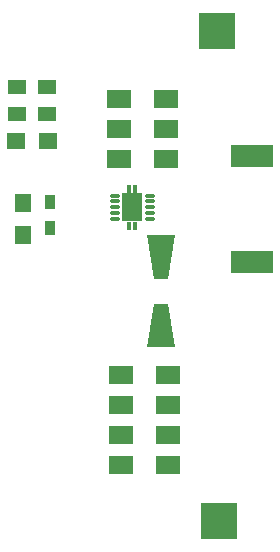
<source format=gtp>
G04 #@! TF.FileFunction,Paste,Top*
%FSLAX46Y46*%
G04 Gerber Fmt 4.6, Leading zero omitted, Abs format (unit mm)*
G04 Created by KiCad (PCBNEW 0.201508140901+6091~28~ubuntu14.04.1-product) date Thu 05 Nov 2015 06:04:02 AM PST*
%MOMM*%
G01*
G04 APERTURE LIST*
%ADD10C,0.076200*%
%ADD11R,2.050800X1.650800*%
%ADD12R,1.550800X1.300800*%
%ADD13R,3.650800X1.850800*%
%ADD14R,3.050540X3.050540*%
%ADD15R,1.550800X1.350800*%
%ADD16R,1.350800X1.550800*%
%ADD17R,0.950800X1.250800*%
%ADD18O,0.900800X0.330800*%
%ADD19R,1.700800X2.450800*%
%ADD20R,0.330800X0.750800*%
G04 APERTURE END LIST*
D10*
D11*
X161512000Y-93218000D03*
X157512000Y-93218000D03*
X161512000Y-95758000D03*
X157512000Y-95758000D03*
X161512000Y-98298000D03*
X157512000Y-98298000D03*
D12*
X148864000Y-92202000D03*
X151364000Y-92202000D03*
X148864000Y-94488000D03*
X151364000Y-94488000D03*
D11*
X161639000Y-116586000D03*
X157639000Y-116586000D03*
X161639000Y-119126000D03*
X157639000Y-119126000D03*
X161639000Y-121666000D03*
X157639000Y-121666000D03*
X161639000Y-124206000D03*
X157639000Y-124206000D03*
D10*
G36*
X162210750Y-114200940D02*
X159861250Y-114200940D01*
X160460690Y-110548420D01*
X161611310Y-110548420D01*
X162210750Y-114200940D01*
X162210750Y-114200940D01*
G37*
G36*
X159861250Y-104747060D02*
X162210750Y-104747060D01*
X161611310Y-108399580D01*
X160460690Y-108399580D01*
X159861250Y-104747060D01*
X159861250Y-104747060D01*
G37*
D13*
X168783000Y-97989000D03*
X168783000Y-106989000D03*
D14*
X165785800Y-87401400D03*
X165989000Y-128905000D03*
D15*
X151464000Y-96774000D03*
X148764000Y-96774000D03*
D16*
X149352000Y-104728000D03*
X149352000Y-102028000D03*
D17*
X151638000Y-101897000D03*
X151638000Y-104097000D03*
D18*
X157148000Y-101362000D03*
X157148000Y-101862000D03*
X157148000Y-102362000D03*
X157148000Y-102862000D03*
X157148000Y-103362000D03*
X160098000Y-103362000D03*
X160098000Y-102862000D03*
X160098000Y-102362000D03*
X160098000Y-101862000D03*
X160098000Y-101362000D03*
D19*
X158623000Y-102362000D03*
D20*
X158873000Y-100812000D03*
X158373000Y-100812000D03*
X158873000Y-103912000D03*
X158373000Y-103912000D03*
M02*

</source>
